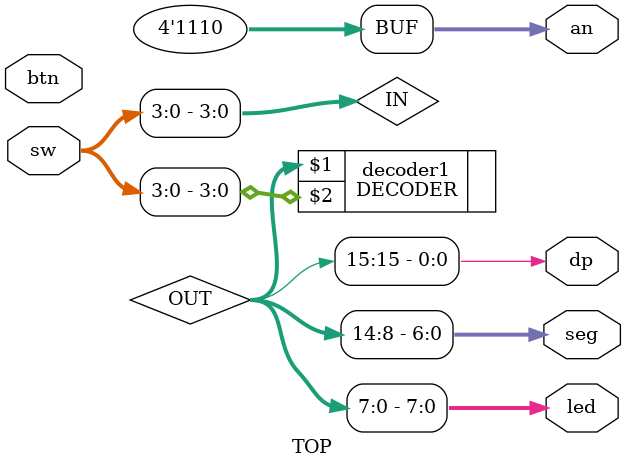
<source format=v>
`timescale 1ns / 1ps

module TOP(
	input [7:0] sw,
	input [3:0] btn,
	output [7:0] led,
	output [6:0] seg,
	output dp,
	output [3:0] an);

wire [15:0] OUT;
wire [3:0] IN;
assign led = OUT[7:0];
assign seg = OUT[14:8];
assign dp = OUT[15];
assign IN = sw[3:0];
assign an [3:0] = 4'b1110;

DECODER decoder1(OUT, IN);
endmodule

// FOR ENCODER PART
/*module TOP(
	input [7:0] sw,
	input [3:0] btn,
	output [7:0] led,
	output [6:0] seg,
	output dp,
	output [3:0] an);

wire [1:0] OUT;
wire [3:0] IN;
wire E;

assign led[1:0] = OUT;
assign led [7] = E;
assign IN = sw[3:0];

ENCODER encoder2(OUT, IN, E);
endmodule*/

//FOR MULTIPLEXER PART
/*module TOP(
	input [7:0] sw,
	input [3:0] btn,
	output [7:0] led,
	output [6:0] seg,
	output dp,
	output [3:0] an);

wire O;
wire [1:0] S;
wire [3:0] D;

assign led[0] = O;
assign S = btn [1:0];
assign D = sw[3:0];

MUX multiplexer(O, D, S);
endmodule*/

//FOR DEMULTIPLEXER PART
/*module TOP(
	input [7:0] sw,
	input [3:0] btn,
	output [7:0] led,
	output [6:0] seg,
	output dp,
	output [3:0] an);

wire [3:0] O;
wire [1:0] S;
wire D;

assign led[3:0] = O;
assign S = btn [1:0];
assign D = sw[0];

DEMUX demultiplexer(O, D, S);
endmodule*/



</source>
